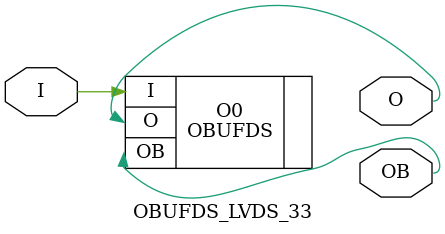
<source format=v>


`timescale  1 ps / 1 ps


module OBUFDS_LVDS_33 (O, OB, I);

    output O, OB;

    input  I;

	OBUFDS #(.IOSTANDARD("LVDS_33")) O0 (.O(O), .I(I), .OB(OB));


endmodule



</source>
